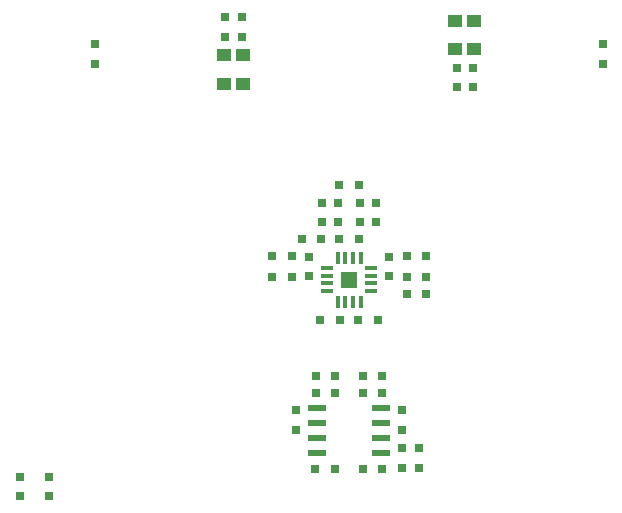
<source format=gtp>
G04*
G04 #@! TF.GenerationSoftware,Altium Limited,Altium Designer,22.1.2 (22)*
G04*
G04 Layer_Color=8421504*
%FSAX44Y44*%
%MOMM*%
G71*
G04*
G04 #@! TF.SameCoordinates,F43461BC-9A11-44EE-9FD3-1ED57B95CCFA*
G04*
G04*
G04 #@! TF.FilePolarity,Positive*
G04*
G01*
G75*
%ADD15R,1.3000X1.0000*%
%ADD16R,0.8000X0.8000*%
%ADD17R,0.8000X0.8000*%
%ADD18R,1.5500X0.6000*%
%ADD19R,0.9900X0.3400*%
%ADD20R,0.3400X0.9900*%
G36*
X00476800Y00303200D02*
X00463200D01*
Y00316800D01*
X00476800D01*
Y00303200D01*
D02*
G37*
D15*
X00576000Y00529000D02*
D03*
Y00505000D02*
D03*
X00560000Y00529000D02*
D03*
Y00505000D02*
D03*
X00380000Y00476000D02*
D03*
Y00500000D02*
D03*
X00364000Y00476000D02*
D03*
Y00500000D02*
D03*
D16*
X00191000Y00143250D02*
D03*
Y00126750D02*
D03*
X00216000Y00143250D02*
D03*
Y00126750D02*
D03*
X00575000Y00472750D02*
D03*
Y00489250D02*
D03*
X00561000Y00472750D02*
D03*
Y00489250D02*
D03*
X00685000Y00492750D02*
D03*
Y00509250D02*
D03*
X00255000D02*
D03*
Y00492750D02*
D03*
X00379000Y00532250D02*
D03*
Y00515750D02*
D03*
X00365000Y00532250D02*
D03*
Y00515750D02*
D03*
X00425000Y00199250D02*
D03*
Y00182750D02*
D03*
X00515000Y00167250D02*
D03*
Y00150750D02*
D03*
X00529000Y00150750D02*
D03*
Y00167250D02*
D03*
X00515000Y00199250D02*
D03*
Y00182750D02*
D03*
X00461000Y00375250D02*
D03*
Y00358750D02*
D03*
X00447000Y00358750D02*
D03*
Y00375250D02*
D03*
X00479000D02*
D03*
Y00358750D02*
D03*
X00493000Y00375250D02*
D03*
Y00358750D02*
D03*
X00504000Y00329250D02*
D03*
Y00312750D02*
D03*
X00436000D02*
D03*
Y00329250D02*
D03*
D17*
X00481750Y00150000D02*
D03*
X00498250D02*
D03*
X00441750Y00228000D02*
D03*
X00458250D02*
D03*
X00498250D02*
D03*
X00481750D02*
D03*
X00498250Y00214000D02*
D03*
X00481750D02*
D03*
X00441750D02*
D03*
X00458250D02*
D03*
X00458000Y00150000D02*
D03*
X00441500D02*
D03*
X00461750Y00390000D02*
D03*
X00478250D02*
D03*
X00461750Y00344000D02*
D03*
X00478250D02*
D03*
X00446500D02*
D03*
X00430000D02*
D03*
X00535250Y00330000D02*
D03*
X00518750D02*
D03*
X00535250Y00312000D02*
D03*
X00518750D02*
D03*
X00535250Y00298000D02*
D03*
X00518750D02*
D03*
X00494250Y00276000D02*
D03*
X00477750D02*
D03*
X00445750D02*
D03*
X00462250D02*
D03*
X00404750Y00330000D02*
D03*
X00421250D02*
D03*
X00404750Y00312000D02*
D03*
X00421250D02*
D03*
D18*
X00497000Y00201050D02*
D03*
Y00188350D02*
D03*
Y00175650D02*
D03*
Y00162950D02*
D03*
X00443000Y00201050D02*
D03*
Y00188350D02*
D03*
Y00175650D02*
D03*
Y00162950D02*
D03*
D19*
X00488600Y00319750D02*
D03*
Y00313250D02*
D03*
Y00306750D02*
D03*
Y00300250D02*
D03*
X00451400D02*
D03*
Y00306750D02*
D03*
Y00313250D02*
D03*
Y00319750D02*
D03*
D20*
X00460250Y00328600D02*
D03*
X00466750D02*
D03*
X00473250D02*
D03*
X00479750D02*
D03*
Y00291400D02*
D03*
X00473250D02*
D03*
X00466750D02*
D03*
X00460250D02*
D03*
M02*

</source>
